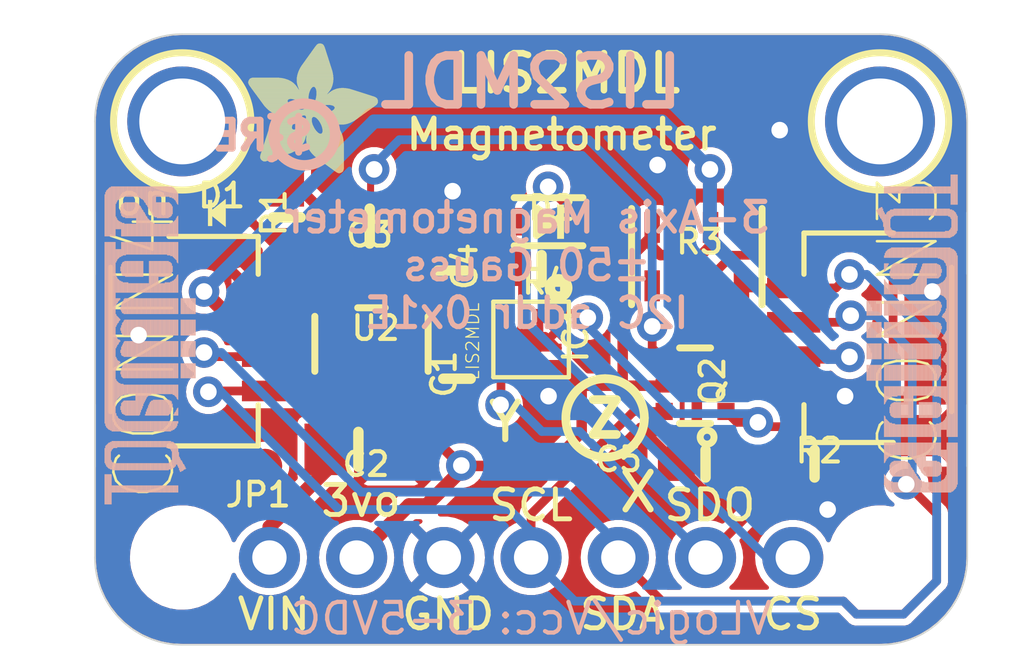
<source format=kicad_pcb>
(kicad_pcb (version 20221018) (generator pcbnew)
  (layers (0 "F.Cu" signal) (31 "B.Cu" signal) (34 "B.Paste" user) (35 "F.Paste" user) (36 "B.SilkS" user "B.Silkscreen") (37 "F.SilkS" user "F.Silkscreen") (38 "B.Mask" user) (39 "F.Mask" user) (44 "Edge.Cuts" user))
  (net 0 "")
  (net 1 "GND")
  (net 2 "3.3V")
  (net 3 "VCC")
  (net 4 "N$1")
  (net 5 "SDO")
  (net 6 "SDA_3V")
  (net 7 "SCL_3V")
  (net 8 "SCL")
  (net 9 "SDA")
  (net 10 "CS_3V")
  (net 11 "CS")
  (net 12 "CAP")
  (footprint "working:0603-NO" (layer "F.Cu") (at 146.1897 102.997 90)
    (fp_text reference "C4" (at -0.635 0.381 90) (layer "F.SilkS") (effects (font (size 0.692831 0.692831) (thickness 0.119969)) (justify left)))
    (fp_text value "0.1uF")
    (pad "1" smd rect (at -0.85 0 90) (size 1.075 1) (layers "F.Cu" "F.Paste" "F.Mask") (net 12 "CAP"))
    (pad "2" smd rect (at 0.85 0 90) (size 1.075 1) (layers "F.Cu" "F.Paste" "F.Mask") (net 1 "GND"))
  )
  (footprint "working:0603-NO" (layer "F.Cu") (at 153.5811 108.6231 180)
    (fp_text reference "C5" (at 1.778 0.127) (layer "F.SilkS") (effects (font (size 0.692831 0.692831) (thickness 0.119969)) (justify right)))
    (fp_text value "1uF")
    (pad "1" smd rect (at -0.85 0 180) (size 1.075 1) (layers "F.Cu" "F.Paste" "F.Mask") (net 2 "3.3V"))
    (pad "2" smd rect (at 0.85 0 180) (size 1.075 1) (layers "F.Cu" "F.Paste" "F.Mask") (net 1 "GND"))
  )
  (footprint "working:ADAFRUIT_3.5MM" (layer "F.Cu") (at 140.2461 100.1776)
    (fp_text reference "U$11" hide)
    (fp_text value "" hide)
  )
  (footprint "working:1X07_ROUND_70" (layer "F.Cu") (at 148.5011 111.3536)
    (fp_text reference "JP1" (at -8.9662 -1.8288) (layer "F.SilkS") (effects (font (size 0.692831 0.692831) (thickness 0.119969)) (justify left)))
    (fp_text value "")
    (pad "1" thru_hole circle (at -7.62 0 90) (size 1.778 1.778) (drill 1) (layers "*.Cu" "*.Mask") (net 3 "VCC"))
    (pad "2" thru_hole circle (at -5.08 0 90) (size 1.778 1.778) (drill 1) (layers "*.Cu" "*.Mask") (net 2 "3.3V"))
    (pad "3" thru_hole circle (at -2.54 0 90) (size 1.778 1.778) (drill 1) (layers "*.Cu" "*.Mask") (net 1 "GND"))
    (pad "4" thru_hole circle (at 0 0 90) (size 1.778 1.778) (drill 1) (layers "*.Cu" "*.Mask") (net 8 "SCL"))
    (pad "5" thru_hole circle (at 2.54 0 90) (size 1.778 1.778) (drill 1) (layers "*.Cu" "*.Mask") (net 9 "SDA"))
    (pad "6" thru_hole circle (at 5.08 0 90) (size 1.778 1.778) (drill 1) (layers "*.Cu" "*.Mask") (net 5 "SDO"))
    (pad "7" thru_hole circle (at 7.62 0 90) (size 1.778 1.778) (drill 1) (layers "*.Cu" "*.Mask") (net 11 "CS"))
  )
  (footprint "" (layer "F.Cu") (at 138.3411 111.3536)
    (fp_text reference "@HOLE0" hide)
    (fp_text value "" (at 0 0) (layer "F.SilkS") (effects (font (size 1.27 1.27))))
    (pad "" np_thru_hole circle (at 0 0) (size 2.54 2.54) (drill 2.54) (layers "*.Cu" "*.Mask"))
  )
  (footprint "working:FIDUCIAL_1MM" (layer "F.Cu") (at 156.2481 100.7745)
    (fp_text reference "FID4" hide)
    (fp_text value "FIDUCIAL_1MM" hide)
    (pad "1" smd roundrect (at 0 0) (size 1 1) (layers "F.Cu" "F.Mask") (roundrect_rratio 0.5))
  )
  (footprint "working:SOD-323" (layer "F.Cu") (at 149.0091 101.5746 180)
    (fp_text reference "D2" (at -0.846 0.397) (layer "F.SilkS") (effects (font (size 0.692831 0.692831) (thickness 0.119969)) (justify right)))
    (fp_text value "1N4148")
    (pad "A" smd rect (at 1.27 0 180) (size 1.35 0.8) (layers "F.Cu" "F.Paste" "F.Mask") (net 10 "CS_3V"))
    (pad "C" smd rect (at -1.27 0 180) (size 1.35 0.8) (layers "F.Cu" "F.Paste" "F.Mask") (net 11 "CS"))
  )
  (footprint "working:FIDUCIAL_1MM" (layer "F.Cu") (at 140.7541 108.6866)
    (fp_text reference "FID3" hide)
    (fp_text value "FIDUCIAL_1MM" hide)
    (pad "1" smd roundrect (at 0 0) (size 1 1) (layers "F.Cu" "F.Mask") (roundrect_rratio 0.5))
  )
  (footprint "working:LGA12_2X2MM" (layer "F.Cu") (at 148.5011 105.0036 -90)
    (fp_text reference "IC1" (at -1.1 -1.3 90) (layer "F.SilkS") (effects (font (size 0.692831 0.692831) (thickness 0.119969)) (justify right)))
    (fp_text value "LIS2MDL" (at -1.1 1.7 90) (layer "F.SilkS") (effects (font (size 0.369824 0.369824) (thickness 0.036576)) (justify right)))
    (pad "1" smd rect (at -0.75 -0.75 270) (size 0.275 0.25) (layers "F.Cu" "F.Paste" "F.Mask") (net 7 "SCL_3V"))
    (pad "2" smd rect (at -0.75 -0.25 270) (size 0.275 0.25) (layers "F.Cu" "F.Paste" "F.Mask") (net 1 "GND"))
    (pad "3" smd rect (at -0.75 0.25 270) (size 0.275 0.25) (layers "F.Cu" "F.Paste" "F.Mask") (net 10 "CS_3V"))
    (pad "4" smd rect (at -0.75 0.75 270) (size 0.275 0.25) (layers "F.Cu" "F.Paste" "F.Mask") (net 6 "SDA_3V"))
    (pad "5" smd rect (at -0.25 0.75) (size 0.275 0.25) (layers "F.Cu" "F.Paste" "F.Mask") (net 12 "CAP"))
    (pad "6" smd rect (at 0.25 0.75) (size 0.275 0.25) (layers "F.Cu" "F.Paste" "F.Mask") (net 1 "GND"))
    (pad "7" smd rect (at 0.75 0.75 90) (size 0.275 0.25) (layers "F.Cu" "F.Paste" "F.Mask") (net 5 "SDO"))
    (pad "8" smd rect (at 0.75 0.25 90) (size 0.275 0.25) (layers "F.Cu" "F.Paste" "F.Mask") (net 1 "GND"))
    (pad "9" smd rect (at 0.75 -0.25 90) (size 0.275 0.25) (layers "F.Cu" "F.Paste" "F.Mask") (net 2 "3.3V"))
    (pad "10" smd rect (at 0.75 -0.75 90) (size 0.275 0.25) (layers "F.Cu" "F.Paste" "F.Mask") (net 2 "3.3V"))
    (pad "11" smd rect (at 0.25 -0.75 180) (size 0.275 0.25) (layers "F.Cu" "F.Paste" "F.Mask") (net 1 "GND"))
    (pad "12" smd rect (at -0.25 -0.75 180) (size 0.275 0.25) (layers "F.Cu" "F.Paste" "F.Mask") (net 1 "GND"))
  )
  (footprint "working:MOUNTINGHOLE_2.5_PLATED" (layer "F.Cu") (at 138.3411 98.6536)
    (fp_text reference "U$1" hide)
    (fp_text value "MOUNTINGHOLE2.5" hide)
    (pad "P$1" thru_hole circle (at 0 0) (size 3.2 3.2) (drill 2.5) (layers "*.Cu" "*.Mask"))
    (zone (net 0) (net_name "") (layer "F.Cu") (connect_pads (clearance 0)) (min_thickness 0.25)
      (keepout (tracks not_allowed) (vias not_allowed) (pads not_allowed) (copperpour not_allowed) (footprints allowed))
      (fill (thermal_gap 0.5) (thermal_bridge_width 0.5))
      (polygon (pts (xy 140.3571 98.6536) (xy 140.33748 98.373027) (xy 140.279004 98.097915) (xy 140.182808 97.833619) (xy 140.050765 97.585283) (xy 139.885446 97.35774) (xy 139.690067 97.15542) (xy 139.468433 96.98226) (xy 139.224856 96.841631) (xy 138.964078 96.73627) (xy 138.691175 96.668228) (xy 138.411457 96.638828) (xy 138.130371 96.648644) (xy 137.853385 96.697484) (xy 137.585893 96.784397) (xy 137.3331 96.907693) (xy 137.099926 97.06497) (xy 136.890911 97.253169) (xy 136.710122 97.468625) (xy 136.561078 97.707145) (xy 136.44668 97.964087) (xy 136.369154 98.23445) (xy 136.330011 98.512971) (xy 136.330011 98.794229) (xy 136.369154 99.07275) (xy 136.44668 99.343113) (xy 136.561078 99.600055) (xy 136.710122 99.838575) (xy 136.890911 100.054031) (xy 137.099926 100.24223) (xy 137.3331 100.399507) (xy 137.585893 100.522803) (xy 137.853385 100.609716) (xy 138.130371 100.658556) (xy 138.411457 100.668372) (xy 138.691175 100.638972) (xy 138.964078 100.57093) (xy 139.224856 100.465569) (xy 139.468433 100.32494) (xy 139.690067 100.15178) (xy 139.885446 99.94946) (xy 140.050765 99.721917) (xy 140.182808 99.473581) (xy 140.279004 99.209285) (xy 140.33748 98.934173)))
      (polygon (pts (xy 138.3251 98.6536) (xy 138.329786 98.664914) (xy 138.3411 98.6696) (xy 138.352414 98.664914) (xy 138.3571 98.6536) (xy 138.352414 98.642286) (xy 138.3411 98.6376) (xy 138.329786 98.642286)))
    )
    (zone (net 0) (net_name "") (layer "B.Cu") (connect_pads (clearance 0)) (min_thickness 0.25)
      (keepout (tracks not_allowed) (vias not_allowed) (pads not_allowed) (copperpour not_allowed) (footprints allowed))
      (fill (thermal_gap 0.5) (thermal_bridge_width 0.5))
      (polygon (pts (xy 140.3571 98.6536) (xy 140.33748 98.373027) (xy 140.279004 98.097915) (xy 140.182808 97.833619) (xy 140.050765 97.585283) (xy 139.885446 97.35774) (xy 139.690067 97.15542) (xy 139.468433 96.98226) (xy 139.224856 96.841631) (xy 138.964078 96.73627) (xy 138.691175 96.668228) (xy 138.411457 96.638828) (xy 138.130371 96.648644) (xy 137.853385 96.697484) (xy 137.585893 96.784397) (xy 137.3331 96.907693) (xy 137.099926 97.06497) (xy 136.890911 97.253169) (xy 136.710122 97.468625) (xy 136.561078 97.707145) (xy 136.44668 97.964087) (xy 136.369154 98.23445) (xy 136.330011 98.512971) (xy 136.330011 98.794229) (xy 136.369154 99.07275) (xy 136.44668 99.343113) (xy 136.561078 99.600055) (xy 136.710122 99.838575) (xy 136.890911 100.054031) (xy 137.099926 100.24223) (xy 137.3331 100.399507) (xy 137.585893 100.522803) (xy 137.853385 100.609716) (xy 138.130371 100.658556) (xy 138.411457 100.668372) (xy 138.691175 100.638972) (xy 138.964078 100.57093) (xy 139.224856 100.465569) (xy 139.468433 100.32494) (xy 139.690067 100.15178) (xy 139.885446 99.94946) (xy 140.050765 99.721917) (xy 140.182808 99.473581) (xy 140.279004 99.209285) (xy 140.33748 98.934173)))
      (polygon (pts (xy 138.3251 98.6536) (xy 138.329786 98.664914) (xy 138.3411 98.6696) (xy 138.352414 98.664914) (xy 138.3571 98.6536) (xy 138.352414 98.642286) (xy 138.3411 98.6376) (xy 138.329786 98.642286)))
    )
  )
  (footprint "working:MOUNTINGHOLE_2.5_PLATED" (layer "F.Cu") (at 158.6611 98.6536)
    (fp_text reference "U$17" hide)
    (fp_text value "MOUNTINGHOLE2.5" hide)
    (pad "P$1" thru_hole circle (at 0 0) (size 3.2 3.2) (drill 2.5) (layers "*.Cu" "*.Mask"))
    (zone (net 0) (net_name "") (layer "F.Cu") (connect_pads (clearance 0)) (min_thickness 0.25)
      (keepout (tracks not_allowed) (vias not_allowed) (pads not_allowed) (copperpour not_allowed) (footprints allowed))
      (fill (thermal_gap 0.5) (thermal_bridge_width 0.5))
      (polygon (pts (xy 160.6771 98.6536) (xy 160.65748 98.373027) (xy 160.599004 98.097915) (xy 160.502808 97.833619) (xy 160.370765 97.585283) (xy 160.205446 97.35774) (xy 160.010067 97.15542) (xy 159.788433 96.98226) (xy 159.544856 96.841631) (xy 159.284078 96.73627) (xy 159.011175 96.668228) (xy 158.731457 96.638828) (xy 158.450371 96.648644) (xy 158.173385 96.697484) (xy 157.905893 96.784397) (xy 157.6531 96.907693) (xy 157.419926 97.06497) (xy 157.210911 97.253169) (xy 157.030122 97.468625) (xy 156.881078 97.707145) (xy 156.76668 97.964087) (xy 156.689154 98.23445) (xy 156.650011 98.512971) (xy 156.650011 98.794229) (xy 156.689154 99.07275) (xy 156.76668 99.343113) (xy 156.881078 99.600055) (xy 157.030122 99.838575) (xy 157.210911 100.054031) (xy 157.419926 100.24223) (xy 157.6531 100.399507) (xy 157.905893 100.522803) (xy 158.173385 100.609716) (xy 158.450371 100.658556) (xy 158.731457 100.668372) (xy 159.011175 100.638972) (xy 159.284078 100.57093) (xy 159.544856 100.465569) (xy 159.788433 100.32494) (xy 160.010067 100.15178) (xy 160.205446 99.94946) (xy 160.370765 99.721917) (xy 160.502808 99.473581) (xy 160.599004 99.209285) (xy 160.65748 98.934173)))
      (polygon (pts (xy 158.6451 98.6536) (xy 158.649786 98.664914) (xy 158.6611 98.6696) (xy 158.672414 98.664914) (xy 158.6771 98.6536) (xy 158.672414 98.642286) (xy 158.6611 98.6376) (xy 158.649786 98.642286)))
    )
    (zone (net 0) (net_name "") (layer "B.Cu") (connect_pads (clearance 0)) (min_thickness 0.25)
      (keepout (tracks not_allowed) (vias not_allowed) (pads not_allowed) (copperpour not_allowed) (footprints allowed))
      (fill (thermal_gap 0.5) (thermal_bridge_width 0.5))
      (polygon (pts (xy 160.6771 98.6536) (xy 160.65748 98.373027) (xy 160.599004 98.097915) (xy 160.502808 97.833619) (xy 160.370765 97.585283) (xy 160.205446 97.35774) (xy 160.010067 97.15542) (xy 159.788433 96.98226) (xy 159.544856 96.841631) (xy 159.284078 96.73627) (xy 159.011175 96.668228) (xy 158.731457 96.638828) (xy 158.450371 96.648644) (xy 158.173385 96.697484) (xy 157.905893 96.784397) (xy 157.6531 96.907693) (xy 157.419926 97.06497) (xy 157.210911 97.253169) (xy 157.030122 97.468625) (xy 156.881078 97.707145) (xy 156.76668 97.964087) (xy 156.689154 98.23445) (xy 156.650011 98.512971) (xy 156.650011 98.794229) (xy 156.689154 99.07275) (xy 156.76668 99.343113) (xy 156.881078 99.600055) (xy 157.030122 99.838575) (xy 157.210911 100.054031) (xy 157.419926 100.24223) (xy 157.6531 100.399507) (xy 157.905893 100.522803) (xy 158.173385 100.609716) (xy 158.450371 100.658556) (xy 158.731457 100.668372) (xy 159.011175 100.638972) (xy 159.284078 100.57093) (xy 159.544856 100.465569) (xy 159.788433 100.32494) (xy 160.010067 100.15178) (xy 160.205446 99.94946) (xy 160.370765 99.721917) (xy 160.502808 99.473581) (xy 160.599004 99.209285) (xy 160.65748 98.934173)))
      (polygon (pts (xy 158.6451 98.6536) (xy 158.649786 98.664914) (xy 158.6611 98.6696) (xy 158.672414 98.664914) (xy 158.6771 98.6536) (xy 158.672414 98.642286) (xy 158.6611 98.6376) (xy 158.649786 98.642286)))
    )
  )
  (footprint "working:RESPACK_4X0603" (layer "F.Cu") (at 153.3271 102.5906 180)
    (fp_text reference "R3" (at -0.838 0.432) (layer "F.SilkS") (effects (font (size 0.692831 0.692831) (thickness 0.119969)) (justify right)))
    (fp_text value "10K")
    (pad "1" smd rect (at -1.3 0.85 180) (size 0.45 0.9) (layers "F.Cu" "F.Paste" "F.Mask") (net 3 "VCC"))
    (pad "2" smd rect (at -0.4 0.85 180) (size 0.45 0.9) (layers "F.Cu" "F.Paste" "F.Mask") (net 2 "3.3V"))
    (pad "3" smd rect (at 0.4 0.85 180) (size 0.45 0.9) (layers "F.Cu" "F.Paste" "F.Mask") (net 3 "VCC"))
    (pad "4" smd rect (at 1.3 0.85 180) (size 0.45 0.9) (layers "F.Cu" "F.Paste" "F.Mask") (net 2 "3.3V"))
    (pad "5" smd rect (at 1.3 -0.85 180) (size 0.45 0.9) (layers "F.Cu" "F.Paste" "F.Mask") (net 6 "SDA_3V"))
    (pad "6" smd rect (at 0.4 -0.85 180) (size 0.45 0.9) (layers "F.Cu" "F.Paste" "F.Mask") (net 9 "SDA"))
    (pad "7" smd rect (at -0.4 -0.85 180) (size 0.45 0.9) (layers "F.Cu" "F.Paste" "F.Mask") (net 7 "SCL_3V"))
    (pad "8" smd rect (at -1.3 -0.85 180) (size 0.45 0.9) (layers "F.Cu" "F.Paste" "F.Mask") (net 8 "SCL"))
  )
  (footprint "" (layer "F.Cu") (at 158.6611 111.3536)
    (fp_text reference "@HOLE1" hide)
    (fp_text value "" (at 0 0) (layer "F.SilkS") (effects (font (size 1.27 1.27))))
    (pad "" np_thru_hole circle (at 0 0) (size 2.54 2.54) (drill 2.54) (layers "*.Cu" "*.Mask"))
  )
  (footprint "working:0603-NO" (layer "F.Cu") (at 156.7561 108.6231 180)
    (fp_text reference "R2" (at -0.889 0.381) (layer "F.SilkS") (effects (font (size 0.692831 0.692831) (thickness 0.119969)) (justify right)))
    (fp_text value "10K")
    (pad "1" smd rect (at -0.85 0 180) (size 1.075 1) (layers "F.Cu" "F.Paste" "F.Mask") (net 1 "GND"))
    (pad "2" smd rect (at 0.85 0 180) (size 1.075 1) (layers "F.Cu" "F.Paste" "F.Mask") (net 5 "SDO"))
  )
  (footprint "working:JST_SH4" (layer "F.Cu") (at 158.6611 105.0036 90)
    (fp_text reference "CONN3" (at -3.838 0.831 90) (layer "F.SilkS") (effects (font (size 1.703222 1.703222) (thickness 0.074778)) (justify left)))
    (fp_text value "STEMMA_I2C_QT" hide)
    (pad "1" smd rect (at -1.5 -2.514 180) (size 1.55 0.6) (layers "F.Cu" "F.Paste" "F.Mask") (net 1 "GND"))
    (pad "2" smd rect (at -0.5 -2.514 180) (size 1.55 0.6) (layers "F.Cu" "F.Paste" "F.Mask") (net 3 "VCC"))
    (pad "3" smd rect (at 0.5 -2.514 180) (size 1.55 0.6) (layers "F.Cu" "F.Paste" "F.Mask") (net 9 "SDA"))
    (pad "4" smd rect (at 1.5 -2.514 180) (size 1.55 0.6) (layers "F.Cu" "F.Paste" "F.Mask") (net 8 "SCL"))
    (pad "MT1" smd rect (at -2.8 1.386 180) (size 1.8 1.2) (layers "F.Cu" "F.Paste" "F.Mask") (net 1 "GND"))
    (pad "MT2" smd rect (at 2.8 1.386 180) (size 1.8 1.2) (layers "F.Cu" "F.Paste" "F.Mask") (net 1 "GND"))
  )
  (footprint "working:CHIPLED_0603_NOOUTLINE" (layer "F.Cu") (at 139.3571 101.3206 90)
    (fp_text reference "D1" (at 0.508 0.889) (layer "F.SilkS") (effects (font (size 0.692831 0.692831) (thickness 0.119969)) (justify right)))
    (fp_text value "GREEN")
    (pad "A" smd rect (at 0 0.75 90) (size 0.8 0.8) (layers "F.Cu" "F.Paste" "F.Mask") (net 4 "N$1"))
    (pad "C" smd rect (at 0 -0.75 90) (size 0.8 0.8) (layers "F.Cu" "F.Paste" "F.Mask") (net 1 "GND"))
  )
  (footprint "working:JST_SH4" (layer "F.Cu") (at 138.3411 105.0036 -90)
    (fp_text reference "CONN4" (at -3.965 1.085 90) (layer "F.SilkS") (effects (font (size 1.703222 1.703222) (thickness 0.074778)) (justify right)))
    (fp_text value "STEMMA_I2C_QT" hide)
    (pad "1" smd rect (at -1.5 -2.514) (size 1.55 0.6) (layers "F.Cu" "F.Paste" "F.Mask") (net 1 "GND"))
    (pad "2" smd rect (at -0.5 -2.514) (size 1.55 0.6) (layers "F.Cu" "F.Paste" "F.Mask") (net 3 "VCC"))
    (pad "3" smd rect (at 0.5 -2.514) (size 1.55 0.6) (layers "F.Cu" "F.Paste" "F.Mask") (net 9 "SDA"))
    (pad "4" smd rect (at 1.5 -2.514) (size 1.55 0.6) (layers "F.Cu" "F.Paste" "F.Mask") (net 8 "SCL"))
    (pad "MT1" smd rect (at -2.8 1.386) (size 1.8 1.2) (layers "F.Cu" "F.Paste" "F.Mask") (net 1 "GND"))
    (pad "MT2" smd rect (at 2.8 1.386) (size 1.8 1.2) (layers "F.Cu" "F.Paste" "F.Mask") (net 1 "GND"))
  )
  (footprint "working:0603-NO" (layer "F.Cu") (at 148.8059 102.9462)
    (fp_text reference "R4" (at -0.635 0.381) (layer "F.SilkS") (effects (font (size 0.692831 0.692831) (thickness 0.119969)) (justify left)))
    (fp_text value "10K")
    (pad "1" smd rect (at -0.85 0) (size 1.075 1) (layers "F.Cu" "F.Paste" "F.Mask") (net 10 "CS_3V"))
    (pad "2" smd rect (at 0.85 0) (size 1.075 1) (layers "F.Cu" "F.Paste" "F.Mask") (net 2 "3.3V"))
  )
  (footprint "working:0805-NO" (layer "F.Cu") (at 143.4719 108.204)
    (fp_text reference "C2" (at -0.5334 0.4318) (layer "F.SilkS") (effects (font (size 0.692831 0.692831) (thickness 0.119969)) (justify left)))
    (fp_text value "10uF")
    (pad "1" smd rect (at -0.95 0) (size 1.24 1.5) (layers "F.Cu" "F.Paste" "F.Mask") (net 3 "VCC"))
    (pad "2" smd rect (at 0.95 0) (size 1.24 1.5) (layers "F.Cu" "F.Paste" "F.Mask") (net 1 "GND"))
  )
  (footprint "working:SOT363" (layer "F.Cu") (at 153.2763 106.3498 90)
    (fp_text reference "Q2" (at -0.635 0.508 90) (layer "F.SilkS") (effects (font (size 0.692831 0.692831) (thickness 0.119969)) (justify left)))
    (fp_text value "BSS138")
    (pad "1" smd rect (at -0.75 0.9 90) (size 0.5 0.5) (layers "F.Cu" "F.Paste" "F.Mask") (net 7 "SCL_3V"))
    (pad "2" smd rect (at 0 0.9 90) (size 0.4 0.5) (layers "F.Cu" "F.Paste" "F.Mask") (net 2 "3.3V"))
    (pad "3" smd rect (at 0.75 0.9 90) (size 0.5 0.5) (layers "F.Cu" "F.Paste" "F.Mask") (net 9 "SDA"))
    (pad "4" smd rect (at 0.75 -0.9 90) (size 0.5 0.5) (layers "F.Cu" "F.Paste" "F.Mask") (net 6 "SDA_3V"))
    (pad "5" smd rect (at 0 -0.9 90) (size 0.4 0.5) (layers "F.Cu" "F.Paste" "F.Mask") (net 2 "3.3V"))
    (pad "6" smd rect (at -0.75 -0.9 90) (size 0.5 0.5) (layers "F.Cu" "F.Paste" "F.Mask") (net 8 "SCL"))
  )
  (footprint "working:0603-NO" (layer "F.Cu") (at 141.3891 101.4476 -90)
    (fp_text reference "R1" (at -0.889 0.381 90) (layer "F.SilkS") (effects (font (size 0.692831 0.692831) (thickness 0.119969)) (justify right)))
    (fp_text value "10K")
    (pad "1" smd rect (at -0.85 0 270) (size 1.075 1) (layers "F.Cu" "F.Paste" "F.Mask") (net 2 "3.3V"))
    (pad "2" smd rect (at 0.85 0 270) (size 1.075 1) (layers "F.Cu" "F.Paste" "F.Mask") (net 4 "N$1"))
  )
  (footprint "working:0603-NO" (layer "F.Cu") (at 146.3421 106.1466 -90)
    (fp_text reference "C1" (at -0.889 0.381 90) (layer "F.SilkS") (effects (font (size 0.692831 0.692831) (thickness 0.119969)) (justify right)))
    (fp_text value "0.1uF")
    (pad "1" smd rect (at -0.85 0 270) (size 1.075 1) (layers "F.Cu" "F.Paste" "F.Mask") (net 2 "3.3V"))
    (pad "2" smd rect (at 0.85 0 270) (size 1.075 1) (layers "F.Cu" "F.Paste" "F.Mask") (net 1 "GND"))
  )
  (footprint "working:SOT23-5" (layer "F.Cu") (at 143.8529 105.1306)
    (fp_text reference "U2" (at 0.8922 -0.4572) (layer "F.SilkS") (effects (font (size 0.692831 0.692831) (thickness 0.119969)) (justify right)))
    (fp_text value "AP2112K-3.3")
    (pad "1" smd rect (at -0.95 1.3001) (size 0.55 1.2) (layers "F.Cu" "F.Paste" "F.Mask") (net 3 "VCC"))
    (pad "2" smd rect (at 0 1.3001) (size 0.55 1.2) (layers "F.Cu" "F.Paste" "F.Mask") (net 1 "GND"))
    (pad "3" smd rect (at 0.95 1.3001) (size 0.55 1.2) (layers "F.Cu" "F.Paste" "F.Mask") (net 3 "VCC"))
    (pad "4" smd rect (at 0.95 -1.3001) (size 0.55 1.2) (layers "F.Cu" "F.Paste" "F.Mask"))
    (pad "5" smd rect (at -0.95 -1.3001) (size 0.55 1.2) (layers "F.Cu" "F.Paste" "F.Mask") (net 2 "3.3V"))
  )
  (footprint "working:0805-NO" (layer "F.Cu") (at 143.8021 101.7016)
    (fp_text reference "C3" (at -0.762 0.254) (layer "F.SilkS") (effects (font (size 0.692831 0.692831) (thickness 0.119969)) (justify left)))
    (fp_text value "10uF")
    (pad "1" smd rect (at -0.95 0) (size 1.24 1.5) (layers "F.Cu" "F.Paste" "F.Mask") (net 2 "3.3V"))
    (pad "2" smd rect (at 0.95 0) (size 1.24 1.5) (layers "F.Cu" "F.Paste" "F.Mask") (net 1 "GND"))
  )
  (footprint "working:PCBFEAT-REV-040" (layer "B.Cu") (at 141.8971 99.0346 180)
    (fp_text reference "U$25" hide)
    (fp_text value "" hide)
    (fp_text user "${REV}" (at -0.3556 -0.508) (layer "B.SilkS") (effects (font (size 0.8128 0.8128) (thickness 0.2032)) (justify left bottom mirror)))
  )
  (footprint "working:STEMMAQT" (layer "B.Cu") (at 158.2801 109.4486 90)
    (fp_text reference "U$30" hide)
    (fp_text value "" hide)
  )
  (footprint "working:STEMMAQT" (layer "B.Cu") (at 138.7221 100.5586 -90)
    (fp_text reference "U$31" hide)
    (fp_text value "" hide)
  )
  (gr_arc (start 150.6561 106.1456) (mid 151.464323 106.480377) (end 151.7991 107.2886) (stroke (width 0.254)) (layer "F.SilkS"))
  (gr_arc (start 151.7991 107.2886) (mid 151.464323 108.096823) (end 150.6561 108.4316) (stroke (width 0.254)) (layer "F.SilkS"))
  (gr_arc (start 149.5131 107.2886) (mid 149.847877 106.480377) (end 150.6561 106.1456) (stroke (width 0.254)) (layer "F.SilkS"))
  (gr_arc (start 150.6561 108.4316) (mid 149.842013 108.102687) (end 149.5131 107.2886) (stroke (width 0.254)) (layer "F.SilkS"))
  (gr_line (start 138.3411 113.8936) (end 158.6611 113.8936) (stroke (width 0.05)) (layer "Edge.Cuts"))
  (gr_arc (start 138.3411 113.8936) (mid 136.545049 113.149651) (end 135.8011 111.3536) (stroke (width 0.05)) (layer "Edge.Cuts"))
  (gr_line (start 158.6611 96.1136) (end 138.3411 96.1136) (stroke (width 0.05)) (layer "Edge.Cuts"))
  (gr_arc (start 158.6611 96.1136) (mid 160.457151 96.857549) (end 161.2011 98.6536) (stroke (width 0.05)) (layer "Edge.Cuts"))
  (gr_arc (start 135.8011 98.6536) (mid 136.545049 96.857549) (end 138.3411 96.1136) (stroke (width 0.05)) (layer "Edge.Cuts"))
  (gr_line (start 161.2011 111.3536) (end 161.2011 98.6536) (stroke (width 0.05)) (layer "Edge.Cuts"))
  (gr_arc (start 161.2011 111.3536) (mid 160.457151 113.149651) (end 158.6611 113.8936) (stroke (width 0.05)) (layer "Edge.Cuts"))
  (gr_line (start 135.8011 98.6536) (end 135.8011 111.3536) (stroke (width 0.05)) (layer "Edge.Cuts"))
  (gr_text "LIS2MDL" (at 148.5011 97.5106) (layer "B.SilkS") (effects (font (size 1.42494 1.42494) (thickness 0.25146)) (justify mirror)))
  (gr_text "3-Axis Magnetometer\n±50 Gauss\nI2C addr 0x1E" (at 148.3741 102.8446) (layer "B.SilkS") (effects (font (size 0.8636 0.8636) (thickness 0.1524)) (justify mirror)))
  (gr_text "VLogic/Vcc: 3-5VDC" (at 148.5011 113.1316) (layer "B.SilkS") (effects (font (size 0.89408 0.89408) (thickness 0.12192)) (justify mirror)))
  (gr_text "GND" (at 146.0881 113.0046) (layer "F.SilkS") (effects (font (size 0.87376 0.87376) (thickness 0.14224))))
  (gr_text "VIN" (at 141.0081 113.0046) (layer "F.SilkS") (effects (font (size 0.87376 0.87376) (thickness 0.14224))))
  (gr_text "on" (at 136.3091 101.4476) (layer "F.SilkS") (effects (font (size 0.89408 0.89408) (thickness 0.12192)) (justify left bottom)))
  (gr_text "Magnetometer" (at 149.3901 99.0346) (layer "F.SilkS") (effects (font (size 0.8636 0.8636) (thickness 0.1524))))
  (gr_text "3vo" (at 143.5481 109.7026) (layer "F.SilkS") (effects (font (size 0.87376 0.87376) (thickness 0.14224))))
  (gr_text "CS" (at 156.1211 113.0046) (layer "F.SilkS") (effects (font (size 0.87376 0.87376) (thickness 0.14224))))
  (gr_text "X" (at 152.2516 108.8146) (layer "F.SilkS") (effects (font (size 1.0922 1.0922) (thickness 0.1778)) (justify right top)))
  (gr_text "SCL" (at 148.5011 109.8296) (layer "F.SilkS") (effects (font (size 0.87376 0.87376) (thickness 0.14224))))
  (gr_text "Z" (at 151.2991 106.7191) (layer "F.SilkS") (effects (font (size 1.016 1.016) (thickness 0.254)) (justify right top)))
  (gr_text "LIS2MDL" (at 149.5171 97.2566) (layer "F.SilkS") (effects (font (size 1.0795 1.0795) (thickness 0.1905))))
  (gr_text "SDA" (at 151.1681 113.0046) (layer "F.SilkS") (effects (font (size 0.87376 0.87376) (thickness 0.14224))))
  (gr_text "Y" (at 147.1636 108.0506) (layer "F.SilkS") (effects (font (size 1.0922 1.0922) (thickness 0.1778)) (justify left bottom)))
  (gr_text "SDO" (at 153.7081 109.8296) (layer "F.SilkS") (effects (font (size 0.87376 0.87376) (thickness 0.14224))))
  (segment (start 148.7511 104.2536) (end 148.7551 104.2576) (width 0.2032) (layer "F.Cu") (net 1))
  (segment (start 147.1469 105.96035) (end 147.1041 106.00315) (width 0.2032) (layer "F.Cu") (net 1))
  (segment (start 148.2591 105.2536) (end 148.7551 105.2536) (width 0.2032) (layer "F.Cu") (net 1))
  (segment (start 148.7551 105.2536) (end 149.2511 105.2536) (width 0.2032) (layer "F.Cu") (net 1))
  (segment (start 148.7551 104.2576) (end 148.7551 105.2536) (width 0.2032) (layer "F.Cu") (net 1))
  (segment (start 147.2351 105.2536) (end 147.1469 105.3418) (width 0.2032) (layer "F.Cu") (net 1))
  (segment (start 148.2511 105.7536) (end 148.2511 105.2616) (width 0.2032) (layer "F.Cu") (net 1))
  (segment (start 147.1041 106.2736) (end 146.3811 106.9966) (width 0.2032) (layer "F.Cu") (net 1))
  (segment (start 143.8529 106.4307) (end 143.8529 107.635) (width 0.3048) (layer "F.Cu") (net 1))
  (segment (start 145.7443 101.7016) (end 144.7521 101.7016) (width 0.3048) (layer "F.Cu") (net 1))
  (segment (start 143.8529 107.635) (end 144.4219 108.204) (width 0.3048) (layer "F.Cu") (net 1))
  (segment (start 147.3581 108.0516) (end 148.5011 108.0516) (width 0.3048) (layer "F.Cu") (net 1))
  (segment (start 147.7511 105.2536) (end 147.2351 105.2536) (width 0.2032) (layer "F.Cu") (net 1))
  (segment (start 148.2511 105.2616) (end 148.2591 105.2536) (width 0.2032) (layer "F.Cu") (net 1))
  (segment (start 148.5011 108.0516) (end 149.0091 107.5436) (width 0.3048) (layer "F.Cu") (net 1))
  (segment (start 148.2431 105.2536) (end 147.7511 105.2536) (width 0.2032) (layer "F.Cu") (net 1))
  (segment (start 147.1041 106.00315) (end 147.1041 106.2736) (width 0.2032) (layer "F.Cu") (net 1))
  (segment (start 138.6071 101.8406) (end 140.2701 103.5036) (width 0.3048) (layer "F.Cu") (net 1))
  (segment (start 148.2511 105.2616) (end 148.2431 105.2536) (width 0.2032) (layer "F.Cu") (net 1))
  (segment (start 146.1897 102.147) (end 145.7443 101.7016) (width 0.3048) (layer "F.Cu") (net 1))
  (segment (start 147.1469 105.3418) (end 147.1469 105.96035) (width 0.2032) (layer "F.Cu") (net 1))
  (segment (start 146.3421 106.9966) (end 146.3421 107.0356) (width 0.3048) (layer "F.Cu") (net 1))
  (segment (start 149.0091 107.5436) (end 149.0091 106.6546) (width 0.3048) (layer "F.Cu") (net 1))
  (segment (start 138.6071 101.3206) (end 138.6071 101.8406) (width 0.3048) (layer "F.Cu") (net 1))
  (segment (start 140.2701 103.5036) (end 140.8551 103.5036) (width 0.3048) (layer "F.Cu") (net 1))
  (segment (start 146.3811 106.9966) (end 146.3421 106.9966) (width 0.2032) (layer "F.Cu") (net 1))
  (segment (start 146.3421 107.0356) (end 147.3581 108.0516) (width 0.3048) (layer "F.Cu") (net 1))
  (via (at 157.6451 106.6546) (size 0.889) (drill 0.4826) (layers "F.Cu" "B.Cu") (net 1))
  (via (at 149.0091 106.6546) (size 0.889) (drill 0.4826) (layers "F.Cu" "B.Cu") (net 1))
  (via (at 146.2151 100.6856) (size 0.889) (drill 0.4826) (layers "F.Cu" "B.Cu") (net 1))
  (via (at 155.7401 98.9076) (size 0.889) (drill 0.4826) (layers "F.Cu" "B.Cu") (net 1))
  (via (at 157.1371 109.9566) (size 0.889) (drill 0.4826) (layers "F.Cu" "B.Cu") (net 1))
  (via (at 152.1841 99.9236) (size 0.889) (drill 0.4826) (layers "F.Cu" "B.Cu") (net 1))
  (via (at 160.1851 103.6066) (size 0.889) (drill 0.4826) (layers "F.Cu" "B.Cu") (net 1))
  (via (at 137.0711 104.8766) (size 0.889) (drill 0.4826) (layers "F.Cu" "B.Cu") (net 1))
  (segment (start 152.0271 102.3066) (end 152.2667 102.5462) (width 0.3048) (layer "F.Cu") (net 2))
  (segment (start 145.139368 105.2966) (end 144.668568 104.8258) (width 0.3048) (layer "F.Cu") (net 2))
  (segment (start 153.3271 106.3498) (end 153.3271 107.5436) (width 0.3048) (layer "F.Cu") (net 2))
  (segment (start 151.0665 102.9462) (end 152.0271 101.9856) (width 0.3048) (layer "F.Cu") (net 2))
  (segment (start 145.4865 105.457) (end 145.4865 107.681394) (width 0.3048) (layer "F.Cu") (net 2))
  (segment (start 150.9141 102.9462) (end 151.1681 103.2002) (width 0.3048) (layer "F.Cu") (net 2))
  (segment (start 145.3261 105.2966) (end 145.4865 105.457) (width 0.3048) (layer "F.Cu") (net 2))
  (segment (start 152.3763 106.3498) (end 153.3271 106.3498) (width 0.3048) (layer "F.Cu") (net 2))
  (segment (start 143.3703 104.8258) (end 142.9029 104.3584) (width 0.3048) (layer "F.Cu") (net 2))
  (segment (start 151.1681 103.2002) (end 151.1681 106.3498) (width 0.3048) (layer "F.Cu") (net 2))
  (segment (start 142.9029 103.8305) (end 142.9029 101.7524) (width 0.3048) (layer "F.Cu") (net 2))
  (segment (start 145.139368 105.2966) (end 145.3261 105.2966) (width 0.3048) (layer "F.Cu") (net 2))
  (segment (start 148.7511 105.7536) (end 149.2511 105.7536) (width 0.3048) (layer "F.Cu") (net 2))
  (segment (start 141.7481 100.5976) (end 142.8521 101.7016) (width 0.3048) (layer "F.Cu") (net 2))
  (segment (start 152.0271 101.9856) (end 152.0271 101.7406) (width 0.3048) (layer "F.Cu") (net 2))
  (segment (start 152.3763 106.3498) (end 151.1681 106.3498) (width 0.3048) (layer "F.Cu") (net 2))
  (segment (start 153.3271 107.5436) (end 154.4066 108.6231) (width 0.3048) (layer "F.Cu") (net 2))
  (segment (start 146.4691 108.8136) (end 146.4691 108.6866) (width 0.4064) (layer "F.Cu") (net 2))
  (segment (start 149.9743 106.3498) (end 149.3781 105.7536) (width 0.3048) (layer "F.Cu") (net 2))
  (segment (start 149.3781 105.7536) (end 149.2511 105.7536) (width 0.3048) (layer "F.Cu") (net 2))
  (segment (start 151.1681 106.3498) (end 149.9743 106.3498) (width 0.3048) (layer "F.Cu") (net 2))
  (segment (start 152.0271 101.7406) (end 152.0271 102.3066) (width 0.3048) (layer "F.Cu") (net 2))
  (segment (start 143.4211 111.3536) (end 144.9451 109.8296) (width 0.4064) (layer "F.Cu") (net 2))
  (segment (start 145.4865 107.681394) (end 145.5801 107.774994) (width 0.3048) (layer "F.Cu") (net 2))
  (segment (start 141.3891 100.5976) (end 141.7481 100.5976) (width 0.3048) (layer "F.Cu") (net 2))
  (segment (start 149.0091 108.6866) (end 149.9743 107.7214) (width 0.3048) (layer "F.Cu") (net 2))
  (segment (start 145.5801 107.774994) (end 145.5801 107.7976) (width 0.3048) (layer "F.Cu") (net 2))
  (segment (start 144.9451 109.8296) (end 145.4531 109.8296) (width 0.4064) (layer "F.Cu") (net 2))
  (segment (start 152.2667 102.5462) (end 153.451 102.5462) (width 0.3048) (layer "F.Cu") (net 2))
  (segment (start 146.4691 108.6866) (end 146.4691 108.6739) (width 0.3048) (layer "F.Cu") (net 2))
  (segment (start 146.4691 108.6866) (end 149.0091 108.6866) (width 0.3048) (layer "F.Cu") (net 2))
  (segment (start 146.3421 105.2966) (end 145.3261 105.2966) (width 0.3048) (layer "F.Cu") (net 2))
  (segment (start 153.451 102.5462) (end 153.7271 102.2701) (width 0.3048) (layer "F.Cu") (net 2))
  (segment (start 145.4531 109.8296) (end 146.4691 108.8136) (width 0.4064) (layer "F.Cu") (net 2))
  (segment (start 149.9743 107.7214) (end 149.9743 106.3498) (width 0.3048) (layer "F.Cu") (net 2))
  (segment (start 153.3271 106.3498) (end 154.1763 106.3498) (width 0.3048) (layer "F.Cu") (net 2))
  (segment (start 144.668568 104.8258) (end 143.3703 104.8258) (width 0.3048) (layer "F.Cu") (net 2))
  (segment (start 145.5801 107.7976) (end 146.4691 108.6866) (width 0.3048) (layer "F.Cu") (net 2))
  (segment (start 153.7271 102.2701) (end 153.7271 101.7406) (width 0.3048) (layer "F.Cu") (net 2))
  (segment (start 154.4066 108.6231) (end 154.4311 108.6231) (width 0.3048) (layer "F.Cu") (net 2))
  (segment (start 149.6559 102.9462) (end 150.9141 102.9462) (width 0.3048) (layer "F.Cu") (net 2))
  (segment (start 150.9141 102.9462) (end 151.0665 102.9462) (width 0.3048) (layer "F.Cu") (net 2))
  (segment (start 142.9029 101.7524) (end 142.8521 101.7016) (width 0.3048) (layer "F.Cu") (net 2))
  (segment (start 142.9029 104.3584) (end 142.9029 103.8305) (width 0.3048) (layer "F.Cu") (net 2))
  (via (at 146.4691 108.6739) (size 0.889) (drill 0.4826) (layers "F.Cu" "B.Cu") (net 2))
  (segment (start 152.9271 101.2126) (end 153.3271 100.8126) (width 0.4064) (layer "F.Cu") (net 3))
  (segment (start 153.7081 100.8126) (end 154.0891 100.8126) (width 0.4064) (layer "F.Cu") (net 3))
  (segment (start 157.7641 105.5036) (end 157.7721 105.5116) (width 0.4064) (layer "F.Cu") (net 3))
  (segment (start 144.8029 106.4307) (end 144.8029 105.7504) (width 0.4064) (layer "F.Cu") (net 3))
  (segment (start 141.6511 104.5036) (end 142.6693 105.5218) (width 0.4064) (layer "F.Cu") (net 3))
  (segment (start 153.3271 100.8126) (end 153.7081 100.8126) (width 0.4064) (layer "F.Cu") (net 3))
  (segment (start 144.8029 105.7504) (end 144.4371 105.3846) (width 0.4064) (layer "F.Cu") (net 3))
  (segment (start 140.8551 104.5036) (end 141.6511 104.5036) (width 0.4064) (layer "F.Cu") (net 3))
  (segment (start 142.5219 108.204) (end 142.5219 108.8238) (width 0.4064) (layer "F.Cu") (net 3))
  (segment (start 153.7081 100.0506) (end 153.7081 100.8126) (width 0.4064) (layer "F.Cu") (net 3))
  (segment (start 139.8731 104.5036) (end 138.9761 103.6066) (width 0.4064) (layer "F.Cu") (net 3))
  (segment (start 143.0401 105.3846) (end 144.4371 105.3846) (width 0.4064) (layer "F.Cu") (net 3))
  (segment (start 142.9029 107.823) (end 142.5219 108.204) (width 0.4064) (layer "F.Cu") (net 3))
  (segment (start 142.9029 106.4307) (end 142.9029 107.823) (width 0.4064) (layer "F.Cu") (net 3))
  (segment (start 142.6693 105.5218) (end 142.9029 105.5218) (width 0.4064) (layer "F.Cu") (net 3))
  (segment (start 154.0891 100.8126) (end 154.6271 101.3506) (width 0.4064) (layer "F.Cu") (net 3))
  (segment (start 140.8811 110.4646) (end 140.8811 111.3536) (width 0.4064) (layer "F.Cu") (net 3))
  (segment (start 152.9271 101.2126) (end 152.9271 101.7406) (width 0.4064) (layer "F.Cu") (net 3))
  (segment (start 142.9029 105.5218) (end 143.0401 105.3846) (width 0.4064) (layer "F.Cu") (net 3))
  (segment (start 142.9029 106.4307) (end 142.9029 105.5218) (width 0.4064) (layer "F.Cu") (net 3))
  (segment (start 142.5219 108.8238) (end 140.8811 110.4646) (width 0.4064) (layer "F.Cu") (net 3))
  (segment (start 140.8551 104.5036) (end 139.8731 104.5036) (width 0.4064) (layer "F.Cu") (net 3))
  (segment (start 154.6271 101.3506) (end 154.6271 101.7406) (width 0.4064) (layer "F.Cu") (net 3))
  (segment (start 156.1471 105.5036) (end 157.7641 105.5036) (width 0.4064) (layer "F.Cu") (net 3))
  (via (at 138.9761 103.6066) (size 0.889) (drill 0.4826) (layers "F.Cu" "B.Cu") (net 3))
  (via (at 157.7721 105.5116) (size 0.889) (drill 0.4826) (layers "F.Cu" "B.Cu") (net 3))
  (via (at 153.7081 100.0506) (size 0.889) (drill 0.4826) (layers "F.Cu" "B.Cu") (net 3))
  (segment (start 153.7081 102.0826) (end 153.7081 100.0506) (width 0.4064) (layer "B.Cu") (net 3))
  (segment (start 157.1371 105.5116) (end 153.7081 102.0826) (width 0.4064) (layer "B.Cu") (net 3))
  (segment (start 138.9761 103.6066) (end 143.9291 98.6536) (width 0.4064) (layer "B.Cu") (net 3))
  (segment (start 157.7721 105.5116) (end 157.1371 105.5116) (width 0.4064) (layer "B.Cu") (net 3))
  (segment (start 152.3111 98.6536) (end 153.7081 100.0506) (width 0.4064) (layer "B.Cu") (net 3))
  (segment (start 143.9291 98.6536) (end 152.3111 98.6536) (width 0.4064) (layer "B.Cu") (net 3))
  (segment (start 140.1071 101.3206) (end 141.0841 102.2976) (width 0.254) (layer "F.Cu") (net 4))
  (segment (start 141.0841 102.2976) (end 141.3891 102.2976) (width 0.254) (layer "F.Cu") (net 4))
  (segment (start 155.9061 108.6231) (end 155.9061 109.0286) (width 0.254) (layer "F.Cu") (net 5))
  (segment (start 147.7511 105.7536) (end 147.6241 105.8806) (width 0.254) (layer "F.Cu") (net 5))
  (segment (start 147.6241 106.7696) (end 147.5486 106.8451) (width 0.254) (layer "F.Cu") (net 5))
  (segment (start 147.5486 106.8451) (end 147.6121 106.9086) (width 0.254) (layer "F.Cu") (net 5))
  (segment (start 147.6241 105.8806) (end 147.6241 106.7696) (width 0.254) (layer "F.Cu") (net 5))
  (segment (start 155.9061 109.0286) (end 153.5811 111.3536) (width 0.254) (layer "F.Cu") (net 5))
  (via (at 147.6121 106.9086) (size 0.889) (drill 0.4826) (layers "F.Cu" "B.Cu") (net 5))
  (segment (start 147.6121 106.9086) (end 148.040506 106.9086) (width 0.254) (layer "B.Cu") (net 5))
  (segment (start 148.815206 107.6833) (end 149.9108 107.6833) (width 0.254) (layer "B.Cu") (net 5))
  (segment (start 149.9108 107.6833) (end 153.5811 111.3536) (width 0.254) (layer "B.Cu") (net 5))
  (segment (start 148.040506 106.9086) (end 148.815206 107.6833) (width 0.254) (layer "B.Cu") (net 5))
  (segment (start 146.9945 103.497) (end 146.9945 103.18325) (width 0.2032) (layer "F.Cu") (net 6))
  (segment (start 152.0271 105.2506) (end 152.3763 105.5998) (width 0.254) (layer "F.Cu") (net 6))
  (segment (start 147.7511 104.2536) (end 146.9945 103.497) (width 0.2032) (layer "F.Cu") (net 6))
  (segment (start 145.56345 102.9893) (end 145.33055 102.7564) (width 0.2032) (layer "F.Cu") (net 6))
  (segment (start 146.80055 102.9893) (end 145.56345 102.9893) (width 0.2032) (layer "F.Cu") (net 6))
  (segment (start 143.8525 100.0506) (end 143.8273 100.0758) (width 0.254) (layer "F.Cu") (net 6))
  (segment (start 144.00585 102.7564) (end 143.8273 102.57785) (width 0.2032) (layer "F.Cu") (net 6))
  (segment (start 152.0271 104.6226) (end 152.0271 105.2506) (width 0.254) (layer "F.Cu") (net 6))
  (segment (start 146.9945 103.18325) (end 146.80055 102.9893) (width 0.2032) (layer "F.Cu") (net 6))
  (segment (start 143.8273 102.57785) (end 143.8273 100.0758) (width 0.2032) (layer "F.Cu") (net 6))
  (segment (start 143.9291 100.0506) (end 143.8525 100.0506) (width 0.254) (layer "F.Cu") (net 6))
  (segment (start 145.33055 102.7564) (end 144.00585 102.7564) (width 0.2032) (layer "F.Cu") (net 6))
  (segment (start 152.0271 103.4406) (end 152.0271 104.6226) (width 0.254) (layer "F.Cu") (net 6))
  (via (at 143.9291 100.0506) (size 0.889) (drill 0.4826) (layers "F.Cu" "B.Cu") (net 6))
  (via (at 152.0271 104.6226) (size 0.889) (drill 0.4826) (layers "F.Cu" "B.Cu") (net 6))
  (segment (start 150.1775 99.187) (end 152.0271 101.0366) (width 0.254) (layer "B.Cu") (net 6))
  (segment (start 143.9291 100.0506) (end 143.9291 99.9236) (width 0.254) (layer "B.Cu") (net 6))
  (segment (start 152.0271 101.0366) (end 152.0271 104.6226) (width 0.254) (layer "B.Cu") (net 6))
  (segment (start 144.6657 99.187) (end 143.9291 99.9236) (width 0.254) (layer "B.Cu") (net 6))
  (segment (start 144.6657 99.187) (end 150.1775 99.187) (width 0.254) (layer "B.Cu") (net 6))
  (segment (start 155.1051 107.4166) (end 155.2321 107.5436) (width 0.254) (layer "F.Cu") (net 7))
  (segment (start 158.1531 102.3366) (end 155.3591 102.3366) (width 0.254) (layer "F.Cu") (net 7))
  (segment (start 154.1763 107.0998) (end 154.4931 107.4166) (width 0.254) (layer "F.Cu") (net 7))
  (segment (start 159.0421 106.4006) (end 159.0421 103.2256) (width 0.254) (layer "F.Cu") (net 7))
  (segment (start 159.0421 103.2256) (end 158.1531 102.3366) (width 0.254) (layer "F.Cu") (net 7))
  (segment (start 154.3621 102.5516) (end 153.7271 103.1866) (width 0.254) (layer "F.Cu") (net 7))
  (segment (start 155.1051 107.4166) (end 154.4931 107.4166) (width 0.254) (layer "F.Cu") (net 7))
  (segment (start 150.0371 104.2536) (end 150.1521 104.3686) (width 0.254) (layer "F.Cu") (net 7))
  (segment (start 157.8991 107.5436) (end 155.2321 107.5436) (width 0.254) (layer "F.Cu") (net 7))
  (segment (start 149.2511 104.2536) (end 150.0371 104.2536) (width 0.254) (layer "F.Cu") (net 7))
  (segment (start 157.8991 107.5436) (end 159.0421 106.4006) (width 0.254) (layer "F.Cu") (net 7))
  (segment (start 155.1441 102.5516) (end 154.3621 102.5516) (width 0.254) (layer "F.Cu") (net 7))
  (segment (start 155.3591 102.3366) (end 155.1441 102.5516) (width 0.254) (layer "F.Cu") (net 7))
  (segment (start 153.7271 103.4406) (end 153.7271 103.1866) (width 0.254) (layer "F.Cu") (net 7))
  (via (at 155.1051 107.4166) (size 0.889) (drill 0.4826) (layers "F.Cu" "B.Cu") (net 7))
  (via (at 150.1521 104.3686) (size 0.889) (drill 0.4826) (layers "F.Cu" "B.Cu") (net 7))
  (segment (start 150.1521 104.3686) (end 150.1521 104.6226) (width 0.254) (layer "B.Cu") (net 7))
  (segment (start 152.6921 107.1626) (end 150.1521 104.6226) (width 0.254) (layer "B.Cu") (net 7))
  (segment (start 154.8511 107.1626) (end 155.1051 107.4166) (width 0.254) (layer "B.Cu") (net 7))
  (segment (start 154.8511 107.1626) (end 152.6921 107.1626) (width 0.254) (layer "B.Cu") (net 7))
  (segment (start 156.1471 103.5036) (end 157.3798 103.5036) (width 0.254) (layer "F.Cu") (net 8))
  (segment (start 148.5011 110.0836) (end 148.5011 111.3536) (width 0.254) (layer "F.Cu") (net 8))
  (segment (start 157.3798 103.5036) (end 157.7721 103.1113) (width 0.254) (layer "F.Cu") (net 8))
  (segment (start 151.4849 107.0998) (end 148.5011 110.0836) (width 0.254) (layer "F.Cu") (net 8))
  (segment (start 152.3763 107.0998) (end 151.4849 107.0998) (width 0.254) (layer "F.Cu") (net 8))
  (segment (start 154.6901 103.5036) (end 154.6271 103.4406) (width 0.254) (layer "F.Cu") (net 8))
  (segment (start 140.8551 106.5036) (end 139.1271 106.5036) (width 0.254) (layer "F.Cu") (net 8))
  (segment (start 139.1271 106.5036) (end 139.1031 106.5276) (width 0.254) (layer "F.Cu") (net 8))
  (segment (start 156.1471 103.5036) (end 154.6901 103.5036) (width 0.254) (layer "F.Cu") (net 8))
  (via (at 157.7721 103.1113) (size 0.889) (drill 0.4826) (layers "F.Cu" "B.Cu") (net 8))
  (via (at 139.1031 106.5276) (size 0.889) (drill 0.4826) (layers "F.Cu" "B.Cu") (net 8))
  (segment (start 159.344968 113.0046) (end 160.3121 112.037469) (width 0.254) (layer "B.Cu") (net 8))
  (segment (start 139.1031 106.5276) (end 139.472518 106.5276) (width 0.254) (layer "B.Cu") (net 8))
  (segment (start 147.8661 109.9566) (end 148.5011 110.5916) (width 0.254) (layer "B.Cu") (net 8))
  (segment (start 157.7721 103.1113) (end 158.2801 103.1113) (width 0.254) (layer "B.Cu") (net 8))
  (segment (start 142.901518 109.9566) (end 147.8661 109.9566) (width 0.254) (layer "B.Cu") (net 8))
  (segment (start 149.7711 112.6236) (end 157.596231 112.6236) (width 0.254) (layer "B.Cu") (net 8))
  (segment (start 139.472518 106.5276) (end 142.901518 109.9566) (width 0.254) (layer "B.Cu") (net 8))
  (segment (start 148.5011 111.3536) (end 149.7711 112.6236) (width 0.254) (layer "B.Cu") (net 8))
  (segment (start 157.596231 112.6236) (end 157.977231 113.0046) (width 0.254) (layer "B.Cu") (net 8))
  (segment (start 160.3121 112.037469) (end 160.3121 105.1433) (width 0.254) (layer "B.Cu") (net 8))
  (segment (start 157.977231 113.0046) (end 159.344968 113.0046) (width 0.254) (layer "B.Cu") (net 8))
  (segment (start 148.5011 110.5916) (end 148.5011 111.3536) (width 0.254) (layer "B.Cu") (net 8))
  (segment (start 160.3121 105.1433) (end 158.2801 103.1113) (width 0.254) (layer "B.Cu") (net 8))
  (segment (start 157.596231 112.6236) (end 157.977231 113.0046) (width 0.254) (layer "F.Cu") (net 9))
  (segment (start 152.9271 104.3506) (end 154.1763 105.5998) (width 0.254) (layer "F.Cu") (net 9))
  (segment (start 151.0411 111.3536) (end 152.3111 112.6236) (width 0.254) (layer "F.Cu") (net 9))
  (segment (start 155.4781 104.5036) (end 154.3819 105.5998) (width 0.254) (layer "F.Cu") (net 9))
  (segment (start 159.344968 113.0046) (end 160.3121 112.037469) (width 0.254) (layer "F.Cu") (net 9))
  (segment (start 139.0951 105.5036) (end 138.9761 105.3846) (width 0.254) (layer "F.Cu") (net 9))
  (segment (start 157.808643 104.31145) (end 157.616493 104.5036) (width 0.254) (layer "F.Cu") (net 9))
  (segment (start 140.8551 105.5036) (end 139.0951 105.5036) (width 0.254) (layer "F.Cu") (net 9))
  (segment (start 157.977231 113.0046) (end 159.344968 113.0046) (width 0.254) (layer "F.Cu") (net 9))
  (segment (start 157.616493 104.5036) (end 156.1471 104.5036) (width 0.254) (layer "F.Cu") (net 9))
  (segment (start 160.3121 112.037469) (end 160.3121 110.0836) (width 0.254) (layer "F.Cu") (net 9))
  (segment (start 154.3819 105.5998) (end 154.1763 105.5998) (width 0.254) (layer "F.Cu") (net 9))
  (segment (start 160.3121 110.0836) (end 159.446287 109.217788) (width 0.254) (layer "F.Cu") (net 9))
  (segment (start 159.446287 109.217788) (end 159.4263 109.217788) (width 0.254) (layer "F.Cu") (net 9))
  (segment (start 152.9271 103.4406) (end 152.9271 104.3506) (width 0.254) (layer "F.Cu") (net 9))
  (segment (start 156.1471 104.5036) (end 155.4781 104.5036) (width 0.254) (layer "F.Cu") (net 9))
  (segment (start 152.3111 112.6236) (end 157.596231 112.6236) (width 0.254) (layer "F.Cu") (net 9))
  (via (at 157.808643 104.31145) (size 0.889) (drill 0.4826) (layers "F.Cu" "B.Cu") (net 9))
  (via (at 159.4263 109.217788) (size 0.889) (drill 0.4826) (layers "F.Cu" "B.Cu") (net 9))
  (via (at 138.9761 105.3846) (size 0.889) (drill 0.4826) (layers "F.Cu" "B.Cu") (net 9))
  (segment (start 143.5481 109.4486) (end 149.5171 109.4486) (width 0.254) (layer "B.Cu") (net 9))
  (segment (start 139.4841 105.3846) (end 143.5481 109.4486) (width 0.254) (layer "B.Cu") (net 9))
  (segment (start 151.0411 110.9726) (end 151.0411 111.3536) (width 0.254) (layer "B.Cu") (net 9))
  (segment (start 159.6009 105.355807) (end 159.6009 109.043188) (width 0.254) (layer "B.Cu") (net 9))
  (segment (start 159.4263 109.217788) (end 159.6009 109.043188) (width 0.254) (layer "B.Cu") (net 9))
  (segment (start 138.9761 105.3846) (end 139.4841 105.3846) (width 0.254) (layer "B.Cu") (net 9))
  (segment (start 159.6009 105.355807) (end 158.556543 104.31145) (width 0.254) (layer "B.Cu") (net 9))
  (segment (start 157.808643 104.31145) (end 158.556543 104.31145) (width 0.254) (layer "B.Cu") (net 9))
  (segment (start 149.5171 109.4486) (end 151.0411 110.9726) (width 0.254) (layer "B.Cu") (net 9))
  (segment (start 148.2511 104.2536) (end 148.2511 103.2414) (width 0.254) (layer "F.Cu") (net 10))
  (segment (start 147.9559 101.7914) (end 147.7391 101.5746) (width 0.254) (layer "F.Cu") (net 10))
  (segment (start 147.9559 102.9462) (end 147.9559 101.7914) (width 0.254) (layer "F.Cu") (net 10))
  (segment (start 148.2511 103.2414) (end 147.9559 102.9462) (width 0.254) (layer "F.Cu") (net 10))
  (segment (start 150.0124 101.5746) (end 148.9964 100.5586) (width 0.254) (layer "F.Cu") (net 11))
  (segment (start 150.2791 101.5746) (end 150.0124 101.5746) (width 0.254) (layer "F.Cu") (net 11))
  (via (at 148.9964 100.5586) (size 0.889) (drill 0.4826) (layers "F.Cu" "B.Cu") (net 11))
  (segment (start 148.9964 100.5586) (end 148.3614 101.1936) (width 0.254) (layer "B.Cu") (net 11))
  (segment (start 155.3591 111.3536) (end 153.9621 109.9566) (width 0.254) (layer "B.Cu") (net 11))
  (segment (start 148.3614 101.1936) (end 148.3614 104.4829) (width 0.254) (layer "B.Cu") (net 11))
  (segment (start 153.8351 109.9566) (end 153.9621 109.9566) (width 0.254) (layer "B.Cu") (net 11))
  (segment (start 156.1211 111.3536) (end 155.3591 111.3536) (width 0.254) (layer "B.Cu") (net 11))
  (segment (start 153.8351 109.9566) (end 148.3614 104.4829) (width 0.254) (layer "B.Cu") (net 11))
  (segment (start 147.3621 104.7536) (end 146.4555 103.847) (width 0.254) (layer "F.Cu") (net 12))
  (segment (start 147.7511 104.7536) (end 147.3621 104.7536) (width 0.254) (layer "F.Cu") (net 12))
  (segment (start 146.4555 103.847) (end 146.1897 103.847) (width 0.254) (layer "F.Cu") (net 12))
  (zone (net 1) (net_name "GND") (layer "F.Cu") (priority 6) (connect_pads (clearance 0.000001)) (min_thickness 0.127) (fill yes (thermal_gap 0.304) (thermal_bridge_width 0.304))
    (polygon (pts (xy 161.3281 114.0206) (xy 135.6741 114.0206) (xy 135.6741 95.9866) (xy 161.3281 95.9866)))
  )
  (zone (net 1) (net_name "GND") (layer "B.Cu") (priority 6) (connect_pads (clearance 0.000001)) (min_thickness 0.127) (fill yes (thermal_gap 0.304) (thermal_bridge_width 0.304))
    (polygon (pts (xy 161.3281 114.0206) (xy 135.6741 114.0206) (xy 135.6741 95.9866) (xy 161.3281 95.9866)))
  )
)
</source>
